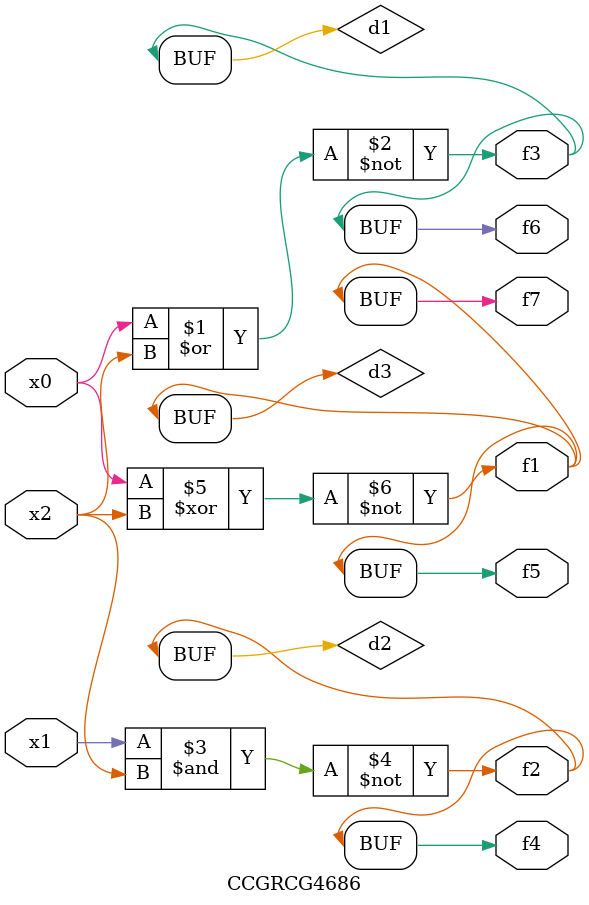
<source format=v>
module CCGRCG4686(
	input x0, x1, x2,
	output f1, f2, f3, f4, f5, f6, f7
);

	wire d1, d2, d3;

	nor (d1, x0, x2);
	nand (d2, x1, x2);
	xnor (d3, x0, x2);
	assign f1 = d3;
	assign f2 = d2;
	assign f3 = d1;
	assign f4 = d2;
	assign f5 = d3;
	assign f6 = d1;
	assign f7 = d3;
endmodule

</source>
